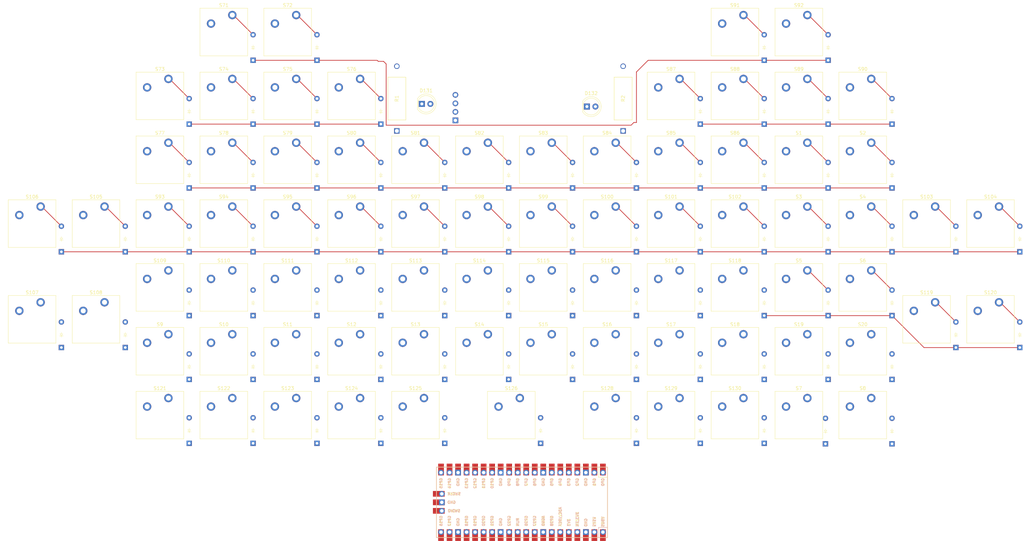
<source format=kicad_pcb>
(kicad_pcb (version 20240108) (generator "pcbnew") (generator_version "8.0")
  (layers (0 "F.Cu" signal) (31 "B.Cu" signal) (34 "B.Paste" user) (35 "F.Paste" user) (36 "B.SilkS" user "B.Silkscreen") (37 "F.SilkS" user "F.Silkscreen") (38 "B.Mask" user) (39 "F.Mask" user) (44 "Edge.Cuts" user))
  (net 0 "")
  (net 1 "ROW2")
  (net 2 "Net-(D1-A)")
  (net 3 "Net-(D2-A)")
  (net 4 "ROW3")
  (net 5 "Net-(D3-A)")
  (net 6 "Net-(D4-A)")
  (net 7 "Net-(D5-A)")
  (net 8 "ROW4")
  (net 9 "Net-(D6-A)")
  (net 10 "ROW6")
  (net 11 "Net-(D7-A)")
  (net 12 "Net-(D8-A)")
  (net 13 "Net-(D9-A)")
  (net 14 "ROW5")
  (net 15 "Net-(D10-A)")
  (net 16 "Net-(D11-A)")
  (net 17 "Net-(D12-A)")
  (net 18 "Net-(D13-A)")
  (net 19 "Net-(D14-A)")
  (net 20 "Net-(D15-A)")
  (net 21 "Net-(D16-A)")
  (net 22 "Net-(D17-A)")
  (net 23 "Net-(D18-A)")
  (net 24 "Net-(D19-A)")
  (net 25 "Net-(D20-A)")
  (net 26 "Net-(D71-A)")
  (net 27 "ROW0")
  (net 28 "Net-(D72-A)")
  (net 29 "Net-(D73-A)")
  (net 30 "ROW1")
  (net 31 "Net-(D74-A)")
  (net 32 "Net-(D75-A)")
  (net 33 "Net-(D76-A)")
  (net 34 "Net-(D77-A)")
  (net 35 "Net-(D78-A)")
  (net 36 "Net-(D79-A)")
  (net 37 "Net-(D80-A)")
  (net 38 "Net-(D81-A)")
  (net 39 "Net-(D82-A)")
  (net 40 "Net-(D83-A)")
  (net 41 "Net-(D84-A)")
  (net 42 "Net-(D85-A)")
  (net 43 "Net-(D86-A)")
  (net 44 "Net-(D87-A)")
  (net 45 "Net-(D88-A)")
  (net 46 "Net-(D89-A)")
  (net 47 "Net-(D90-A)")
  (net 48 "Net-(D91-A)")
  (net 49 "Net-(D92-A)")
  (net 50 "Net-(D93-A)")
  (net 51 "Net-(D94-A)")
  (net 52 "Net-(D95-A)")
  (net 53 "Net-(D96-A)")
  (net 54 "Net-(D97-A)")
  (net 55 "Net-(D98-A)")
  (net 56 "Net-(D99-A)")
  (net 57 "Net-(D100-A)")
  (net 58 "Net-(D101-A)")
  (net 59 "Net-(D102-A)")
  (net 60 "Net-(D103-A)")
  (net 61 "Net-(D104-A)")
  (net 62 "Net-(D105-A)")
  (net 63 "Net-(D106-A)")
  (net 64 "Net-(D107-A)")
  (net 65 "Net-(D108-A)")
  (net 66 "Net-(D109-A)")
  (net 67 "Net-(D110-A)")
  (net 68 "Net-(D111-A)")
  (net 69 "Net-(D112-A)")
  (net 70 "Net-(D113-A)")
  (net 71 "Net-(D114-A)")
  (net 72 "Net-(D115-A)")
  (net 73 "Net-(D116-A)")
  (net 74 "Net-(D117-A)")
  (net 75 "Net-(D118-A)")
  (net 76 "Net-(D119-A)")
  (net 77 "Net-(D120-A)")
  (net 78 "Net-(D121-A)")
  (net 79 "Net-(D122-A)")
  (net 80 "Net-(D123-A)")
  (net 81 "Net-(D124-A)")
  (net 82 "Net-(D125-A)")
  (net 83 "Net-(D126-A)")
  (net 84 "Net-(D128-A)")
  (net 85 "Net-(D129-A)")
  (net 86 "Net-(D130-A)")
  (net 87 "SDA")
  (net 88 "+3.3V")
  (net 89 "SCL")
  (net 90 "GND")
  (net 91 "Net-(D131-K)")
  (net 92 "Net-(D132-K)")
  (net 93 "COL12")
  (net 94 "COL13")
  (net 95 "COL2")
  (net 96 "COL3")
  (net 97 "COL4")
  (net 98 "COL5")
  (net 99 "COL6")
  (net 100 "COL7")
  (net 101 "COL8")
  (net 102 "COL9")
  (net 103 "COL10")
  (net 104 "COL11")
  (net 105 "COL14")
  (net 106 "COL15")
  (net 107 "COL1")
  (net 108 "COL0")
  (net 109 "LED1")
  (net 110 "LED2")
  (net 113 "+5V")
  (footprint "ScottoKeebs_MX:MX_PCB_1.00u" (layer "F.Cu") (at 338.1375 115.09375)
    (property "Reference" "S120")
    (property "Value" "Keyswitch")
  )
  (footprint "ScottoKeebs_Components:Diode_DO-35" (layer "F.Cu") (at 156.36875 56.8325 90)
    (property "Reference" "D76" (hide yes))
    (property "Value" "Diode" (hide yes))
  )
  (footprint "ScottoKeebs_MCU:Raspberry_Pi_Pico" (layer "F.Cu") (at 198.4375 169.70375 -90)
    (property "Reference" "U2" (hide yes))
    (property "Value" "Raspberry_Pi_Pico" (hide yes))
  )
  (footprint "ScottoKeebs_Components:Diode_DO-35" (layer "F.Cu") (at 61.11875 123.5075 90)
    (property "Reference" "D107" (hide yes))
    (property "Value" "Diode" (hide yes))
  )
  (footprint "ScottoKeebs_Components:Diode_DO-35" (layer "F.Cu") (at 194.46875 94.9325 90)
    (property "Reference" "D98" (hide yes))
    (property "Value" "Diode" (hide yes))
  )
  (footprint "ScottoKeebs_MX:MX_PCB_1.00u" (layer "F.Cu") (at 128.5875 29.36875)
    (property "Reference" "S72")
    (property "Value" "Keyswitch")
  )
  (footprint "ScottoKeebs_MX:MX_PCB_1.00u" (layer "F.Cu") (at 300.0375 48.41875)
    (property "Reference" "S90")
    (property "Value" "Keyswitch")
  )
  (footprint "ScottoKeebs_MX:MX_PCB_1.00u" (layer "F.Cu") (at 280.9875 124.61875)
    (property "Reference" "S19")
    (property "Value" "Keyswitch")
  )
  (footprint "ScottoKeebs_MX:MX_PCB_1.00u" (layer "F.Cu") (at 280.9875 67.46875)
    (property "Reference" "S1")
    (property "Value" "Keyswitch")
  )
  (footprint "ScottoKeebs_MX:MX_PCB_1.00u" (layer "F.Cu") (at 128.5875 124.61875)
    (property "Reference" "S11")
    (property "Value" "Keyswitch")
  )
  (footprint "ScottoKeebs_MX:MX_PCB_1.00u" (layer "F.Cu") (at 280.9875 143.66875)
    (property "Reference" "S7")
    (property "Value" "Keyswitch")
  )
  (footprint "LED_THT:LED_D5.0mm" (layer "F.Cu") (at 168.5875 50.8)
    (property "Reference" "D131")
    (property "Value" "LED")
  )
  (footprint "ScottoKeebs_MX:MX_PCB_1.00u" (layer "F.Cu") (at 109.5375 29.36875)
    (property "Reference" "S71")
    (property "Value" "Keyswitch")
  )
  (footprint "ScottoKeebs_Components:Diode_DO-35" (layer "F.Cu") (at 251.61875 56.8325 90)
    (property "Reference" "D87" (hide yes))
    (property "Value" "Diode" (hide yes))
  )
  (footprint "ScottoKeebs_MX:MX_PCB_1.00u" (layer "F.Cu") (at 109.5375 67.46875)
    (property "Reference" "S78")
    (property "Value" "Keyswitch")
  )
  (footprint "ScottoKeebs_MX:MX_PCB_1.00u" (layer "F.Cu") (at 204.7875 67.46875)
    (property "Reference" "S83")
    (property "Value" "Keyswitch")
  )
  (footprint "ScottoKeebs_MX:MX_PCB_1.00u" (layer "F.Cu") (at 147.6375 143.66875)
    (property "Reference" "S124")
    (property "Value" "Keyswitch")
  )
  (footprint "ScottoKeebs_MX:MX_PCB_1.00u" (layer "F.Cu") (at 90.4875 124.61875)
    (property "Reference" "S9")
    (property "Value" "Keyswitch")
  )
  (footprint "ScottoKeebs_MX:MX_PCB_1.00u" (layer "F.Cu") (at 300.0375 67.46875)
    (property "Reference" "S2")
    (property "Value" "Keyswitch")
  )
  (footprint "ScottoKeebs_Components:Diode_DO-35" (layer "F.Cu") (at 346.86875 94.9325 90)
    (property "Reference" "D104" (hide yes))
    (property "Value" "Diode" (hide yes))
  )
  (footprint "ScottoKeebs_Components:Diode_DO-35" (layer "F.Cu") (at 118.26875 113.9825 90)
    (property "Reference" "D110" (hide yes))
    (property "Value" "Diode" (hide yes))
  )
  (footprint "ScottoKeebs_MX:MX_PCB_1.00u" (layer "F.Cu") (at 128.5875 105.56875)
    (property "Reference" "S111")
    (property "Value" "Keyswitch")
  )
  (footprint "ScottoKeebs_Components:Diode_DO-35" (layer "F.Cu") (at 213.51875 94.9325 90)
    (property "Reference" "D99" (hide yes))
    (property "Value" "Diode" (hide yes))
  )
  (footprint "ScottoKeebs_Components:Diode_DO-35" (layer "F.Cu") (at 270.66875 133.0325 90)
    (property "Reference" "D18" (hide yes))
    (property "Value" "Diode" (hide yes))
  )
  (footprint "ScottoKeebs_Components:Diode_DO-35" (layer "F.Cu") (at 156.36875 75.8825 90)
    (property "Reference" "D80" (hide yes))
    (property "Value" "Diode" (hide yes))
  )
  (footprint "ScottoKeebs_MX:MX_PCB_1.00u" (layer "F.Cu") (at 300.0375 86.51875)
    (property "Reference" "S4")
    (property "Value" "Keyswitch")
  )
  (footprint "ScottoKeebs_MX:MX_PCB_1.00u" (layer "F.Cu") (at 242.8875 67.46875)
    (property "Reference" "S85")
    (property "Value" "Keyswitch")
  )
  (footprint "ScottoKeebs_MX:MX_PCB_1.00u" (layer "F.Cu") (at 242.8875 124.61875)
    (property "Reference" "S17")
    (property "Value" "Keyswitch")
  )
  (footprint "ScottoKeebs_Components:Diode_DO-35" (layer "F.Cu") (at 175.41875 133.0325 90)
    (property "Reference" "D13" (hide yes))
    (property "Value" "Diode" (hide yes))
  )
  (footprint "ScottoKeebs_Components:Diode_DO-35" (layer "F.Cu") (at 99.21875 75.8825 90)
    (property "Reference" "D77" (hide yes))
    (property "Value" "Diode" (hide yes))
  )
  (footprint "ScottoKeebs_MX:MX_PCB_1.00u" (layer "F.Cu") (at 280.9875 86.51875)
    (property "Reference" "S3")
    (property "Value" "Keyswitch")
  )
  (footprint "ScottoKeebs_MX:MX_PCB_1.00u" (layer "F.Cu") (at 223.8375 143.66875)
    (property "Reference" "S128")
    (property "Value" "Keyswitch")
  )
  (footprint "ScottoKeebs_MX:MX_PCB_1.00u" (layer "F.Cu") (at 204.7875 86.51875)
    (property "Reference" "S99")
    (property "Value" "Keyswitch")
  )
  (footprint "ScottoKeebs_MX:MX_PCB_1.00u" (layer "F.Cu") (at 300.0375 143.66875)
    (property "Reference" "S8")
    (property "Value" "Keyswitch")
  )
  (footprint "ScottoKeebs_MX:MX_PCB_1.00u" (layer "F.Cu") (at 319.0875 86.51875)
    (property "Reference" "S103")
    (property "Value" "Keyswitch")
  )
  (footprint "ScottoKeebs_MX:MX_PCB_1.00u" (layer "F.Cu") (at 109.5375 105.56875)
    (property "Reference" "S110")
    (property "Value" "Keyswitch")
  )
  (footprint "ScottoKeebs_MX:MX_PCB_1.00u" (layer "F.Cu") (at 261.9375 67.46875)
    (property "Reference" "S86")
    (property "Value" "Keyswitch")
  )
  (footprint "ScottoKeebs_Components:Diode_DO-35" (layer "F.Cu") (at 137.31875 113.9825 90)
    (property "Reference" "D111" (hide yes))
    (property "Value" "Diode" (hide yes))
  )
  (footprint "ScottoKeebs_MX:MX_PCB_1.00u" (layer "F.Cu") (at 261.9375 143.66875)
    (property "Reference" "S130")
    (property "Value" "Keyswitch")
  )
  (footprint "ScottoKeebs_MX:MX_PCB_1.00u" (layer "F.Cu") (at 166.6875 86.51875)
    (property "Reference" "S97")
    (property "Value" "Keyswitch")
  )
  (footprint "ScottoKeebs_Components:Diode_DO-35" (layer "F.Cu") (at 156.36875 94.9325 90)
    (property "Reference" "D96" (hide yes))
    (property "Value" "Diode" (hide yes))
  )
  (footprint "ScottoKeebs_Components:Diode_DO-35" (layer "F.Cu") (at 194.46875 133.0325 90)
    (property "Reference" "D14" (hide yes))
    (property "Value" "Diode" (hide yes))
  )
  (footprint "ScottoKeebs_Components:Diode_DO-35" (layer "F.Cu") (at 194.46875 113.9825 90)
    (property "Reference" "D114" (hide yes))
    (property "Value" "Diode" (hide yes))
  )
  (footprint "ScottoKeebs_MX:MX_PCB_1.00u" (layer "F.Cu") (at 128.5875 143.66875)
    (property "Reference" "S123")
    (property "Value" "Keyswitch")
  )
  (footprint "ScottoKeebs_Components:Diode_DO-35" (layer "F.Cu") (at 99.21875 113.9825 90)
    (property "Reference" "D109" (hide yes))
    (property "Value" "Diode" (hide yes))
  )
  (footprint "ScottoKeebs_MX:MX_PCB_1.00u" (layer "F.Cu") (at 223.8375 67.46875)
    (property "Reference" "S84")
    (property "Value" "Keyswitch")
  )
  (footprint "100ohmR:YAG_PNP300_YAG" (layer "F.Cu") (at 161.13125 58.8645 90)
    (property "Reference" "R1")
    (property "Value" "100ohm")
  )
  (footprint "ScottoKeebs_Components:Diode_DO-35" (layer "F.Cu") (at 270.66875 94.9325 90)
    (property "Reference" "D102" (hide yes))
    (property "Value" "Diode" (hide yes))
  )
  (footprint "ScottoKeebs_MX:MX_PCB_1.00u" (layer "F.Cu") (at 147.6375 86.51875)
    (property "Reference" "S96")
    (property "Value" "Keyswitch")
  )
  (footprint "ScottoKeebs_Components:Diode_DO-35" (layer "F.Cu") (at 156.36875 113.9825 90)
    (property "Reference" "D112" (hide yes))
    (property "Value" "Diode" (hide yes))
  )
  (footprint "ScottoKeebs_MX:MX_PCB_1.00u" (layer "F.Cu") (at 204.7875 124.61875)
    (property "Reference" "S15")
    (property "Value" "Keyswitch")
  )
  (footprint "ScottoKeebs_Components:Diode_DO-35" (layer "F.Cu") (at 232.56875 113.9825 90)
    (property "Reference" "D116" (hide yes))
    (property "Value" "Diode" (hide yes))
  )
  (footprint "ScottoKeebs_MX:MX_PCB_1.00u" (layer "F.Cu") (at 109.5375 86.51875)
    (property "Reference" "S94")
    (property "Value" "Keyswitch")
  )
  (footprint "ScottoKeebs_Components:Diode_DO-35" (layer "F.Cu") (at 118.26875 152.0825 90)
    (property "Reference" "D122" (hide yes))
    (property "Value" "Diode" (hide yes))
  )
  (footprint "ScottoKeebs_Components:Diode_DO-35" (layer "F.Cu") (at 137.31875 75.8825 90)
    (property "Reference" "D79" (hide yes))
    (property "Value" "Diode" (hide yes))
  )
  (footprint "ScottoKeebs_Components:Diode_DO-35" (layer "F.Cu") (at 270.66875 37.7825 90)
    (property "Reference" "D91" (hide yes))
    (property "Value" "Diode" (hide yes))
  )
  (footprint "ScottoKeebs_MX:MX_PCB_1.00u" (layer "F.Cu") (at 185.7375 124.61875)
    (property "Reference" "S14")
    (property "Value" "Keyswitch")
  )
  (footprint "ScottoKeebs_Components:Diode_DO-35" (layer "F.Cu") (at 289.71875 133.0325 90)
    (property "Reference" "D19" (hide yes))
    (property "Value" "Diode" (hide yes))
  )
  (footprint "ScottoKeebs_Components:Diode_DO-35" (layer "F.Cu") (at 308.76875 75.8825 90)
    (property "Reference" "D2" (hide yes))
    (property "Value" "Diode" (hide yes))
  )
  (footprint "ScottoKeebs_MX:MX_PCB_1.00u" (layer "F.Cu") (at 109.5375 48.41875)
    (property "Reference" "S74")
    (property "Value" "Keyswitch")
  )
  (footprint "ScottoKeebs_Components:Diode_DO-35" (layer "F.Cu") (at 327.81875 123.5075 90)
    (property "Reference" "D119" (hide yes))
    (property "Value" "Diode" (hide yes))
  )
  (footprint "ScottoKeebs_MX:MX_PCB_1.00u" (layer "F.Cu") (at 109.5375 124.61875)
    (property "Reference" "S10")
    (property "Value" "Keyswitch")
  )
  (footprint "ScottoKeebs_MX:MX_PCB_1.00u" (layer "F.Cu") (at 128.5875 67.46875)
    (property "Reference" "S79")
    (property "Value" "Keyswitch")
  )
  (footprint "ScottoKeebs_MX:MX_PCB_1.00u" (layer "F.Cu") (at 90.4875 86.51875)
    (property "Reference" "S93")
    (property "Value" "Keyswitch")
  )
  (footprint "ScottoKeebs_Components:Diode_DO-35" (layer "F.Cu") (at 288.925 152.24125 90)
    (property "Reference" "D7" (hide yes))
    (property "Value" "Diode" (hide yes))
  )
  (footprint "ScottoKeebs_MX:MX_PCB_1.00u" (layer "F.Cu") (at 147.6375 105.56875)
    (property "Reference" "S112")
    (property "Value" "Keyswitch")
  )
  (footprint "ScottoKeebs_MX:MX_PCB_1.00u" (layer "F.Cu") (at 185.7375 86.51875)
    (property "Reference" "S98")
    (property "Value" "Keyswitch")
  )
  (footprint "ScottoKeebs_Components:Diode_DO-35" (layer "F.Cu") (at 80.16875 123.5075 90)
    (property "Reference" "D108" (hide yes))
    (property "Value" "Diode" (hide yes))
  )
  (footprint "ScottoKeebs_Components:Diode_DO-35" (layer "F.Cu") (at 308.76875 113.9825 90)
    (property "Reference" "D6" (hide yes))
    (property "Value" "Diode" (hide yes))
  )
  (footprint "ScottoKeebs_Components:Diode_DO-35" (layer "F.Cu") (at 175.41875 113.9825 90)
    (property "Reference" "D113" (hide yes))
    (property "Value" "Diode" (hide yes))
  )
  (footprint "ScottoKeebs_Components:Diode_DO-35" (layer "F.Cu") (at 156.36875 152.0825 90)
    (property "Reference" "D124" (hide yes))
    (property "Value" "Diode" (hide yes))
  )
  (footprint "ScottoKeebs_Components:Diode_DO-35" (layer "F.Cu") (at 137.31875 133.0325 90)
    (property "Reference" "D11" (hide yes))
    (property "Value" "Diode" (hide yes))
  )
  (footprint "ScottoKeebs_Components:OLED_128x32" (layer "F.Cu") (at 176.99375 45.92125)
    (property "Reference" "J1" (hide yes))
    (property "Value" "OLED_128x32")
  )
  (footprint "ScottoKeebs_Components:Diode_DO-35" (layer "F.Cu") (at 203.99375 152.0825 90)
    (property "Reference" "D126" (hide yes))
    (property "Value" "Diode" (hide yes))
  )
  (footprint "ScottoKeebs_MX:MX_PCB_1.00u" (layer "F.Cu") (at 90.4875 48.41875)
    (property "Reference" "S73")
    (property "Value" "Keyswitch")
  )
  (footprint "ScottoKeebs_MX:MX_PCB_1.00u" (layer "F.Cu") (at 280.9875 29.36875)
    (property "Reference" "S92")
    (property "Value" "Keyswitch")
  )
  (footprint "ScottoKeebs_Components:Diode_DO-35" (layer "F.Cu") (at 213.51875 113.9825 90)
    (property "Reference" "D115" (hide yes))
    (property "Value" "Diode" (hide yes))
  )
  (footprint "ScottoKeebs_Components:Diode_DO-35" (layer "F.Cu") (at 270.66875 152.0825 90)
    (property "Reference" "D130" (hide yes))
    (property "Value" "Diode" (hide yes))
  )
  (footprint "ScottoKeebs_MX:MX_PCB_1.00u" (layer "F.Cu") (at 147.6375 48.41875)
    (property "Reference" "S76")
    (property "Value" "Keyswitch")
  )
  (footprint "ScottoKeebs_MX:MX_PCB_1.00u" (layer "F.Cu") (at 261.9375 105.56875)
    (property "Reference" "S118")
    (property "Value" "Keyswitch")
  )
  (footprint "ScottoKeebs_Components:Diode_DO-35" (layer "F.Cu") (at 232.56875 133.0325 90)
    (property "Reference" "D16" (hide yes))
    (property "Value" "Diode" (hide yes))
  )
  (footprint "ScottoKeebs_MX:MX_PCB_1.00u" (layer "F.Cu") (at 280.9875 48.41875)
    (property "Reference" "S89")
    (property "Value" "Keyswitch")
  )
  (footprint "ScottoKeebs_MX:MX_PCB_1.00u" (layer "F.Cu") (at 90.4875 105.56875)
    (property "Reference" "S109")
    (property "Value" "Keyswitch")
  )
  (footprint "ScottoKeebs_Components:Diode_DO-35" (layer "F.Cu") (at 251.61875 113.9825 90)
    (property "Reference" "D117" (hide yes))
    (property "Value" "Diode" (hide yes))
  )
  (footprint "ScottoKeebs_MX:MX_PCB_1.00u" (layer "F.Cu") (at 185.7375 105.56875)
    (property "Reference" "S114")
    (property "Value" "Keyswitch")
  )
  (footprint "ScottoKeebs_MX:MX_PCB_1.00u" (layer "F.Cu") (at 300.0375 124.61875)
    (property "Reference" "S20")
    (property "Value" "Keyswitch")
  )
  (footprint "ScottoKeebs_Components:Diode_DO-35" (layer "F.Cu") (at 327.81875 94.9325 90)
    (property "Reference" "D103" (hide yes))
    (property "Value" "Diode" (hide yes))
  )
  (footprint "ScottoKeebs_MX:MX_PCB_1.00u" (layer "F.Cu") (at 261.9375 124.61875)
    (property "Reference" "S18")
    (property "Value" "Keyswitch")
  )
  (footprint "ScottoKeebs_MX:MX_PCB_1.00u" (layer "F.Cu") (at 52.3875 86.51875)
    (property "Reference" "S106")
    (property "Value" "Keyswitch")
  )
  (footprint "ScottoKeebs_Components:Diode_DO-35" (layer "F.Cu") (at 270.66875 75.8825 90)
    (property "Reference" "D86" (hide yes))
    (property "Value" "Diode" (hide yes))
  )
  (footprint "ScottoKeebs_MX:MX_PCB_1.00u" (layer "F.Cu") (at 261.9375 48.41875)
    (property "Reference" "S88")
    (property "Value" "Keyswitch")
  )
  (footprint "ScottoKeebs_Components:Diode_DO-35" (layer "F.Cu") (at 137.31875 152.0825 90)
    (property "Reference" "D123" (hide yes))
    (property "Value" "Diode" (hide yes))
  )
  (footprint "ScottoKeebs_MX:MX_PCB_1.00u" (layer "F.Cu") (at 242.8875 105.56875)
    (property "Reference" "S117")
    (property "Value" "Keyswitch")
  )
  (footprint "ScottoKeebs_Components:Diode_DO-35" (layer "F.Cu") (at 118.26875 56.8325 90)
    (property "Reference" "D74" (hide yes))
    (property "Value" "Diode" (hide yes))
  )
  (footprint "ScottoKeebs_Components:Diode_DO-35" (layer "F.Cu") (at 289.71875 113.9825 90)
    (property "Reference" "D5" (hide yes))
    (property "Value" "Diode" (hide yes))
  )
  (footprint "ScottoKeebs_Components:Diode_DO-35" (layer "F.Cu") (at 308.76875 94.9325 90)
    (property "Reference" "D4" (hide yes))
    (property "Value" "Diode" (hide yes))
  )
  (footprint "ScottoKeebs_MX:MX_PCB_1.00u" (layer "F.Cu") (at 242.8875 143.66875)
    (property "Reference" "S129")
    (property "Value" "Keyswitch")
  )
  (footprint "ScottoKeebs_Components:Diode_DO-35" (layer "F.Cu") (at 99.21875 94.9325 90)
    (property "Reference" "D93" (hide yes))
    (property "Value" "Diode" (hide yes))
  )
  (footprint "ScottoKeebs_MX:MX_PCB_1.00u" (layer "F.Cu") (at 223.8375 105.56875)
    (property "Reference" "S116")
    (property "Value" "Keyswitch")
  )
  (footprint "ScottoKeebs_Components:Diode_DO-35" (layer "F.Cu") (at 289.71875 94.9325 90)
    (property "Reference" "D3" (hide yes))
    (property "Value" "Diode" (hide yes))
  )
  (footprint "ScottoKeebs_Components:Diode_DO-35" (layer "F.Cu") (at 175.41875 75.8825 90)
    (property "Reference" "D81" (hide yes))
    (property "Value" "Diode" (hide yes))
  )
  (footprint "ScottoKeebs_MX:MX_PCB_1.00u" (layer "F.Cu") (at 280.9875 105.56875)
    (property "Reference" "S5")
    (property "Value" "Keyswitch")
  )
  (footprint "ScottoKeebs_Components:Diode_DO-35" (layer "F.Cu") (at 289.71875 56.8325 90)
    (property "Reference" "D89" (hide yes))
    (property "Value" "Diode" (hide yes))
  )
  (footprint "ScottoKeebs_Components:Diode_DO-35" (layer "F.Cu") (at 251.61875 94.9325 90)
    (property "Reference" "D101" (hide yes))
    (property "Value" "Diode" (hide yes))
  )
  (footprint "ScottoKeebs_Components:Diode_DO-35" (layer "F.Cu") (at 270.66875 56.8325 90)
    (property "Reference" "D88" (hide yes))
    (property "Value" "Diode" (hide yes))
  )
  (footprint "ScottoKeebs_MX:MX_PCB_1.00u" (layer "F.Cu") (at 109.5375 143.66875)
    (property "Reference" "S122")
    (property "Value" "Keyswitch")
  )
  (footprint "ScottoKeebs_Components:Diode_DO-35" (layer "F.Cu") (at 213.51875 75.8825 90)
    (property "Reference" "D83" (hide yes))
    (property "Value" "Diode" (hide yes))
  )
  (footprint "ScottoKeebs_MX:MX_PCB_1.00u" (layer "F.Cu") (at 185.7375 67.46875)
    (property "Reference" "S82")
    (property "Value" "Keyswitch")
  )
  (footprint "ScottoKeebs_Components:Diode_DO-35" (layer "F.Cu") (at 232.56875 94.9325 90)
    (property "Reference" "D100" (hide yes))
    (property "Value" "Diode" (hide yes))
  )
  (footprint "ScottoKeebs_MX:MX_PCB_1.00u" (layer "F.Cu") (at 223.8375 124.61875)
    (property "Reference" "S16")
    (property "Value" "Keyswitch")
  )
  (footprint "ScottoKeebs_Components:Diode_DO-35" (layer "F.Cu") (at 137.31875 37.7825 90)
    (property "Reference" "D72" (hide yes))
    (property "Value" "Diode" (hide yes))
  )
  (footprint "ScottoKeebs_Components:Diode_DO-35" (layer "F.Cu") (at 99.21875 133.0325 90)
    (property "Reference" "D9" (hide yes))
    (property "Value" "Diode" (hide yes))
  )
  (footprint "ScottoKeebs_Components:Diode_DO-35" (layer "F.Cu") (at 308.76875 133.0325 90)
    (property "Reference" "D20" (hide yes))
    (property "Value" "Diode" (hide yes))
  )
  (footprint "ScottoKeebs_Components:Diode_DO-35" (layer "F.Cu") (at 175.41875 152.0825 90)
    (property "Reference" "D125" (hide yes))
    (property "Value" "Diode" (hide yes))
  )
  (footprint "LED_THT:LED_D5.0mm" (layer "F.Cu") (at 217.8 51.59375)
    (property "Reference" "D132")
    (property "Value" "LED")
  )
  (footprint "ScottoKeebs_MX:MX_PCB_1.00u" (layer "F.Cu") (at 52.3875 115.09375)
    (property "Reference" "S107")
    (property "Value" "Keyswitch")
  )
  (footprint "ScottoKeebs_MX:MX_PCB_1.00u" (layer "F.Cu") (at 319.0875 115.09375)
    (property "Reference" "S119")
    (property "Value" "Keyswitch")
  )
  (footprint "ScottoKeebs_Components:Diode_DO-35" (layer "F.Cu") (at 99.21875 152.0825 90)
    (property "Reference" "D121" (hide yes))
    (property "Value" "Diode" (hide yes))
  )
  (footprint "ScottoKeebs_MX:MX_PCB_1.00u" (layer "F.Cu") (at 166.6875 143.66875)
    (property "Reference" "S125")
    (property "Value" "Keyswitch")
  )
  (footprint "ScottoKeebs_Components:Diode_DO-35" (layer "F.Cu") (at 175.41875 94.9325 90)
    (property "Reference" "D97" (hide yes))
    (property "Value" "Diode" (hide yes))
  )
  (footprint "ScottoKeebs_Components:Diode_DO-35" (layer "F.Cu") (at 213.51875 133.0325 90)
    (property "Reference" "D15" (hide yes))
    (property "Value" "Diode" (hide yes))
  )
  (footprint "ScottoKeebs_Components:Diode_DO-35" (layer "F.Cu") (at 270.66875 113.9825 90)
    (property "Reference" "D118" (hide yes))
    (property "Value" "Diode" (hide yes))
  )
  (footprint "100ohmR:YAG_PNP300_YAG" (layer "F.Cu") (at 228.6 58.8645 90)
    (property "Reference" "R2")
    (property "Value" "100ohm")
  )
  (footprint "ScottoKeebs_MX:MX_PCB_1.00u" (layer "F.Cu") (at 147.6375 124.61875)
    (property "Reference" "S12")
    (property "Value" "Keyswitch")
  )
  (footprint "ScottoKeebs_Components:Diode_DO-35" (layer "F.Cu") (at 308.76875 152.24125 90)
    (property "Reference" "D8" (hide yes))
    (property "Value" "Diode" (hide yes))
  )
  (footprint "ScottoKeebs_MX:MX_PCB_1.00u" (layer "F.Cu") (at 204.7875 105.56875)
    (property "Reference" "S115")
    (property "Value" "Keyswitch")
  )
  (footprint "ScottoKeebs_Components:Diode_DO-35" (layer "F.Cu") (at 118.26875 75.8825 90)
    (property "Reference" "D78" (hide yes))
    (property "Value" "Diode" (hide yes))
  )
  (footprint "ScottoKeebs_MX:MX_PCB_1.00u" (layer "F.Cu") (at 166.6875 105.56875)
    (property "Reference" "S113")
    (property "Value" "Keyswitch")
  )
  (footprint "ScottoKeebs_Components:Diode_DO-35" (layer "F.Cu") (at 251.61875 75.8825 90)
    (property "Reference" "D85" (hide yes))
    (property "Value" "Diode" (hide yes))
  )
  (footprint "ScottoKeebs_Components:Diode_DO-35" (layer "F.Cu") (at 232.56875 75.8825 90)
    (property "Reference" "D84" (hide yes))
    (property "Value" "Diode" (hide yes))
  )
  (footprint "ScottoKeebs_MX:MX_PCB_1.00u" (layer "F.Cu") (at 300.0375 105.56875)
    (property "Reference" "S6")
    (property "Value" "Keyswitch")
  )
  (footprint "ScottoKeebs_Components:Diode_DO-35" (layer "F.Cu") (at 156.36875 133.0325 90)
    (property "Reference" "D12" (hide yes))
    (property "Value" "Diode" (hide yes))
  )
  (footprint "ScottoKeebs_MX:MX_PCB_1.00u" (layer "F.Cu") (at 338.1375 86.51875)
    (property "Reference" "S104")
    (property "Value" "Keyswitch")
  )
  (footprint "ScottoKeebs_Components:Diode_DO-35" (layer "F.Cu") (at 194.46875 75.8825 90)
    (property "Reference" "D82" (hide yes))
    (property "Value" "Diode" (hide yes))
  )
  (footprint "ScottoKeebs_Components:Diode_DO-35" (layer "F.Cu") (at 118.26875 37.7825 90)
    (property "Reference" "D71" (hide yes))
    (property "Value" "Diode" (hide yes))
  )
  (footprint "ScottoKeebs_Components:Diode_DO-35" (layer "F.Cu") (at 80.16875 94.9325 90)
    (property "Reference" "D105" (hide yes))
    (property "Value" "Diode" (hide yes))
  )
  (footprint "ScottoKeebs_Components:Diode_DO-35" (layer "F.Cu") (at 118.26875 94.9325 90)
    (property "Reference" "D94" (hide yes))
    (property "Value" "Diode" (hide yes))
  )
  (footprint "ScottoKeebs_Components:Diode_DO-35" (layer "F.Cu") (at 289.71875 37.7825 90)
    (property "Reference" "D92" (hide yes))
    (property "Value" "Diode" (hide yes))
  )
  (footprint "ScottoKeebs_Components:Diode_DO-35" (layer "F.Cu") (at 61.11875 94.9325 90)
    (property "Reference" "D106" (hide yes))
    (property "Value" "Diode" (hide yes))
  )
  (footprint "ScottoKeebs_MX:MX_PCB_1.00u" (layer "F.Cu") (at 223.8375 86.51875)
    (property "Reference" "S100")
    (property "Value" "Keyswitch")
  )
  (footprint "ScottoKeebs_MX:MX_PCB_1.00u" (layer "F.Cu") (at 261.9375 86.51875)
    (property "Reference" "S102")
    (property "Value" "Keyswitch")
  )
  (footprint "ScottoKeebs_Components:Diode_DO-35" (layer "F.Cu") (at 346.86875 123.5075 90)
    (property "Reference" "D120" (hide yes))
    (property "Value" "Diode" (hide yes))
  )
  (footprint "ScottoKeebs_MX:MX_PCB_1.00u" (layer "F.Cu") (at 128.5875 48.41875)
    (property "Reference" "S75")
    (property "Value" "Keyswitch")
  )
  (footprint "ScottoKeebs_MX:MX_PCB_2.00u" (layer "F.Cu") (at 195.2625 143.66875)
    (property "Reference" "S126")
    (property "Value" "Keyswitch")
  )
  (footprint "ScottoKeebs_MX:MX_PCB_1.00u" (layer "F.Cu") (at 71.4375 86.51875)
    (property "Reference" "S105")
    (property "Value" "Keyswitch")
  )
  (footprint "ScottoKeebs_MX:MX_PCB_1.00u" (layer "F.Cu") (at 242.8875 86.51875)
    (property "Reference" "S101")
    (property "Value" "Keyswitch")
  )
  (footprint "ScottoKeebs_MX:MX_PCB_1.00u" (layer "F.Cu") (at 242.8875 48.41875)
    (property "Reference" "S87")
    (property "Value" "Keyswitch")
  )
  (footprint "ScottoKeebs_MX:MX_PCB_1.00u" (layer "F.Cu") (at 90.4875 67.46875)
    (property "Reference" "S77")
    (property "Value" "Keyswitch")
  )
  (footprint "ScottoKeebs_MX:MX_PCB_1.00u" (layer "F.Cu") (at 90.4875 143.66875)
    (property "Reference" "S121")
    (property "Value" "Keyswitch")
  )
  (footprint "ScottoKeebs_MX:MX_PCB_1.00u" (layer "F.Cu") (at 166.6875 67.46875)
    (property "Reference" "S81")
    (property "Value" "Keyswitch")
  )
  (footprint "ScottoKeebs_Components:Diode_DO-35" (layer "F.Cu") (at 99.21875 56.8325 90)
    (property "Reference" "D73" (hide yes))
    (property "Value" "Diode" (hide yes))
  )
  (footprint "ScottoKeebs_MX:MX_PCB_1.00u" (layer "F.Cu") (at 147.6375 67.46875)
    (property "Reference" "S80")
    (property "Value" "Keyswitch")
  )
  (footprint "ScottoKeebs_Components:Diode_DO-35" (layer "F.Cu") (at 137.31875 94.9325 90)
    (property "Reference" "D95" (hide yes))
    (property "Value" "Diode" (hide yes))
  )
  (footprint "ScottoKeebs_Components:Diode_DO-35" (layer "F.Cu") (at 251.61875 152.0825 90)
    (property "Reference" "D129" (hide yes))
    (property "Value" "Diode" (hide yes))
  )
  (footprint "ScottoKeebs_Components:Diode_DO-35" (layer "F.Cu") (at 137.31875 56.8325 90)
    (property "Reference" "D75" (hide yes))
    (property "Value" "Diode" (hide yes))
  )
  (footprint "ScottoKeebs_MX:MX_PCB_1.00u" (layer "F.Cu") (at 71.4375 115.09375)
    (property "Reference" "S108")
    (property "Value" "Keyswitch")
  )
  (footprint "ScottoKeebs_Components:Diode_DO-35" (layer "F.Cu") (at 232.56875 152.0825 90)
    (property "Reference" "D128" (hide yes))
    (property "Value" "Diode" (hide yes))
  )
  (footprint "ScottoKeebs_MX:MX_PCB_1.00u" (layer "F.Cu") (at 166.6875 124.61875)
    (property "Reference" "S13")
    (property "Value" "Keyswitch")
  )
  (footprint "ScottoKeebs_Components:Diode_DO-35" (layer "F.Cu") (at 118.26875 133.0325 90)
    (property "Reference" "D10" (hide yes))
    (property "Value" "Diode" (hide yes))
  )
  (footprint "ScottoKeebs_Components:Diode_DO-35" (layer "F.Cu") (at 289.71875 75.8825 90)
    (property "Reference" "D1" (hide yes))
    (property "Value" "Diode" (hide yes))
  )
  (footprint "ScottoKeebs_MX:MX_PCB_1.00u" (layer "F.Cu") (at 261.9375 29.36875)
    (property "Reference" "S91")
    (property "Value" "Keyswitch")
  )
  (footprint "ScottoKeebs_Components:Diode_DO-35" (layer "F.Cu") (at 308.76875 56.8325 90)
    (property "Reference" "D90" (hide yes))
    (property "Value" "Diode" (hide yes))
  )
  (footprint "ScottoKeebs_Components:Diode_DO-35" (layer "F.Cu") (at 251.61875 133.0325 90)
    (property "Reference" "D17" (hide yes))
    (property "Value" "Diode" (hide yes))
  )
  (footprint "ScottoKeebs_MX:MX_PCB_1.00u" (layer "F.Cu") (at 128.5875 86.51875)
    (property "Reference" "S95")
    (property "Value" "Keyswitch")
  )
  (segment (start 251.61875 75.8825) (end 232.56875 75.8825) (width 0.2) (layer "F.Cu") (net 1))
  (segment (start 213.51875 75.8825) (end 194.46875 75.8825) (width 0.2) (layer "F.Cu") (net 1))
  (segment (start 194.46875 75.8825) (end 175.41875 75.8825) (width 0.2) (layer "F.Cu") (net 1))
  (segment (start 232.56875 75.8825) (end 213.51875 75.8825) (width 0.2) (layer "F.Cu") (net 1))
  (segment (start 175.41875 75.8825) (end 156.36875 75.8825) (width 0.2) (layer "F.Cu") (net 1))
  (segment (start 118.26875 75.8825) (end 99.21875 75.8825) (width 0.2) (layer "F.Cu") (net 1))
  (segment (start 289.71875 75.8825) (end 270.66875 75.8825) (width 0.2) (layer "F.Cu") (net 1))
  (segment (start 308.76875 75.8825) (end 289.71875 75.8825) (width 0.2) (layer "F.Cu") (net 1))
  (segment (start 270.66875 75.8825) (end 251.61875 75.8825) (width 0.2) (layer "F.Cu") (net 1))
  (segment (start 156.36875 75.8825) (end 137.31875 75.8825) (width 0.2) (layer "F.Cu") (net 1))
  (segment (start 137.31875 75.8825) (end 118.26875 75.8825) (width 0.2) (layer "F.Cu") (net 1))
  (segment (start 289.71875 68.2625) (end 283.845 62.38875) (width 0.2) (layer "F.Cu") (net 2))
  (segment (start 283.845 62.38875) (end 283.5275 62.38875) (width 0.2) (layer "F.Cu") (net 2))
  (segment (start 302.895 62.38875) (end 302.5775 62.38875) (width 0.2) (layer "F.Cu") (net 3))
  (segment (start 308.76875 68.2625) (end 302.895 62.38875) (width 0.2) (layer "F.Cu") (net 3))
  (segment (start 118.26875 94.9325) (end 99.21875 94.9325) (width 0.2) (layer "F.Cu") (net 4))
  (segment (start 194.46875 94.9325) (end 175.41875 94.9325) (width 0.2) (layer "F.Cu") (net 4))
  (segment (start 270.66875 94.9325) (end 251.61875 94.9325) (width 0.2) (layer "F.Cu") (net 4))
  (segment (start 80.16875 94.9325) (end 99.21875 94.9325) (width 0.2) (layer "F.Cu") (net 4))
  (segment (start 327.81875 94.9325) (end 308.76875 94.9325) (width 0.2) (layer "F.Cu") (net 4))
  (segment (start 308.76875 94.9325) (end 289.71875 94.9325) (width 0.2) (layer "F.Cu") (net 4))
  (segment (start 156.36875 94.9325) (end 175.41875 94.9325) (width 0.2) (layer "F.Cu") (net 4))
  (segment (start 61.11875 94.9325) (end 80.16875 94.9325) (width 0.2) (layer "F.Cu") (net 4))
  (segment (start 251.61875 94.9325) (end 232.56875 94.9325) (width 0.2) (layer "F.Cu") (net 4))
  (segment (start 232.56875 94.9325) (end 213.51875 94.9325) (width 0.2) (layer "F.Cu") (net 4))
  (segment (start 289.71875 94.9325) (end 270.66875 94.9325) (width 0.2) (layer "F.Cu") (net 4))
  (segment (start 137.31875 94.9325) (end 118.26875 94.9325) (width 0.2) (layer "F.Cu") (net 4))
  (segment (start 346.86875 94.9325) (end 327.81875 94.9325) (width 0.2) (layer "F.Cu") (net 4))
  (segment (start 194.46875 94.9325) (end 213.51875 94.9325) (width 0.2) (layer "F.Cu") (net 4))
  (segment (start 156.36875 94.9325) (end 137.31875 94.9325) (width 0.2) (layer "F.Cu") (net 4))
  (segment (start 283.845 81.43875) (end 283.5275 81.43875) (width 0.2) (layer "F.Cu") (net 5))
  (segment (start 289.71875 87.3125) (end 283.845 81.43875) (width 0.2) (layer "F.Cu") (net 5))
  (segment (start 308.76875 87.3125) (end 302.895 81.43875) (width 0.2) (layer "F.Cu") (net 6))
  (segment (start 302.895 81.43875) (end 302.5775 81.43875) (width 0.2) (layer "F.Cu") (net 6))
  (segment (start 289.71875 106.3625) (end 283.845 100.48875) (width 0.2) (layer "F.Cu") (net 7))
  (segment (start 283.845 100.48875) (end 283.5275 100.48875) (width 0.2) (layer "F.Cu") (net 7))
  (segment (start 327.81875 123.5075) (end 318.29375 123.5075) (width 0.2) (layer "F.Cu") (net 8))
  (segment (start 308.76875 113.9825) (end 289.71875 113.9825) (width 0.2) (layer "F.Cu") (net 8))
  (segment (start 289.71875 113.9825) (end 270.66875 113.9825) (width 0.2) (layer "F.Cu") (net 8))
  (segment (start 318.29375 123.5075) (end 308.76875 113.9825) (width 0.2) (layer "F.Cu") (net 8))
  (segment (start 346.86875 123.5075) (end 327.81875 123.5075) (width 0.2) (layer "F.Cu") (net 8))
  (segment (start 302.895 100.48875) (end 302.5775 100.48875) (width 0.2) (layer "F.Cu") (net 9))
  (segment (start 308.76875 106.3625) (end 302.895 100.48875) (width 0.2) (layer "F.Cu") (net 9))
  (segment (start 112.395 24.28875) (end 112.0775 24.28875) (width 0.2) (layer "F.Cu") (net 26))
  (segment (start 118.26875 30.1625) (end 112.395 24.28875) (width 0.2) (layer "F.Cu") (net 26))
  (segment (start 155.2575 37.7825) (end 137.31875 37.7825) (width 0.2) (layer "F.Cu") (net 27))
  (segment (start 230.98125 57.15) (end 157.95625 57.15) (width 0.2) (layer "F.Cu") (net 27))
  (segment (start 232.56875 41.275) (end 232.56875 56.35625) (width 0.2) (layer "F.Cu") (net 27))
  (segment (start 236.06125 37.7825) (end 232.56875 41.275) (width 0.2) (layer "F.Cu") (net 27))
  (segment (start 157.1625 38.1) (end 155.575 38.1) (width 0.2) (layer "F.Cu") (net 27))
  (segment (start 118.26875 37.7825) (end 137.31875 37.7825) (width 0.2) (layer "F.Cu") (net 27))
  (segment (start 155.575 38.1) (end 155.2575 37.7825) (width 0.2) (layer "F.Cu") (net 27))
  (segment (start 231.775 56.35625) (end 230.98125 57.15) (width 0.2) (layer "F.Cu") (net 27))
  (segment (start 157.95625 38.89375) (end 157.1625 38.1) (width 0.2) (layer "F.Cu") (net 27))
  (segment (start 289.71875 37.7825) (end 270.66875 37.7825) (width 0.2) (layer "F.Cu") (net 27))
  (segment (start 232.56875 56.35625) (end 231.775 56.35625) (width 0.2) (layer "F.Cu") (net 27))
  (segment (start 157.95625 57.15) (end 157.95625 38.89375) (width 0.2) (layer "F.Cu") (net 27))
  (segment (start 270.66875 37.7825) (end 236.06125 37.7825) (width 0.2) (layer "F.Cu") (net 27))
  (segment (start 137.31875 30.1625) (end 131.445 24.28875) (width 0.2) (layer "F.Cu") (net 28))
  (segment (start 131.445 24.28875) (end 131.1275 24.28875) (width 0.2) (layer "F.Cu") (net 28))
  (segment (start 99.21875 49.2125) (end 93.345 43.33875) (width 0.2) (layer "F.Cu") (net 29))
  (segment (start 93.345 43.33875) (end 93.0275 43.33875) (width 0.2) (layer "F.Cu") (net 29))
  (segment (start 99.21875 56.8325) (end 118.26875 56.8325) (width 0.2) (layer "F.Cu") (net 30))
  (segment (start 289.71875 56.8325) (end 270.66875 56.8325) (width 0.2) (layer "F.Cu") (net 30))
  (segment (start 308.76875 56.8325) (end 289.71875 56.8325) (width 0.2) (layer "F.Cu") (net 30))
  (segment (start 156.36875 56.8325) (end 137.31875 56.8325) (width 0.2) (layer "F.Cu") (net 30))
  (segment (start 251.61875 56.8325) (end 270.66875 56.8325) (width 0.2) (layer "F.Cu") (net 30))
  (segment (start 137.31875 56.8325) (end 118.26875 56.8325) (width 0.2) (layer "F.Cu") (net 30))
  (segment (start 118.26875 49.2125) (end 112.395 43.33875) (width 0.2) (layer "F.Cu") (net 31))
  (segment (start 112.395 43.33875) (end 112.0775 43.33875) (width 0.2) (layer "F.Cu") (net 31))
  (segment (start 131.445 43.33875) (end 131.1275 43.33875) (width 0.2) (layer "F.Cu") (net 32))
  (segment (start 137.31875 49.2125) (end 131.445 43.33875) (width 0.2) (layer "F.Cu") (net 32))
  (segment (start 150.495 43.33875) (end 150.1775 43.33875) (width 0.2) (layer "F.Cu") (net 33))
  (segment (start 156.36875 49.2125) (end 150.495 43.33875) (width 0.2) (layer "F.Cu") (net 33))
  (segment (start 99.21875 68.2625) (end 93.345 62.38875) (width 0.2) (layer "F.Cu") (net 34))
  (segment (start 93.345 62.38875) (end 93.0275 62.38875) (width 0.2) (layer "F.Cu") (net 34))
  (segment (start 118.26875 68.2625) (end 112.395 62.38875) (width 0.2) (layer "F.Cu") (net 35))
  (segment (start 112.395 62.38875) (end 112.0775 62.38875) (width 0.2) (layer "F.Cu") (net 35))
  (segment (start 137.31875 68.2625) (end 131.445 62.38875) (width 0.2) (layer "F.Cu") (net 36))
  (segment (start 131.445 62.38875) (end 131.1275 62.38875) (width 0.2) (layer "F.Cu") (net 36))
  (segment (start 150.495 62.38875) (end 150.1775 62.38875) (width 0.2) (layer "F.Cu") (net 37))
  (segment (start 156.36875 68.2625) (end 150.495 62.38875) (width 0.2) (layer "F.Cu") (net 37))
  (segment (start 169.545 62.38875) (end 169.2275 62.38875) (width 0.2) (layer "F.Cu") (net 38))
  (segment (start 175.41875 68.2625) (end 169.545 62.38875) (width 0.2) (layer "F.Cu") (net 38))
  (segment (start 194.46875 68.2625) (end 188.595 62.38875) (width 0.2) (layer "F.Cu") (net 39))
  (segment (start 188.595 62.38875) (end 188.2775 62.38875) (width 0.2) (layer "F.Cu") (net 39))
  (segment (start 213.51875 68.2625) (end 207.645 62.38875) (width 0.2) (layer "F.Cu") (net 40))
  (segment (start 207.645 62.38875) (end 207.3275 62.38875) (width 0.2) (layer "F.Cu") (net 40))
  (segment (start 226.695 62.38875) (end 226.3775 62.38875) (width 0.2) (layer "F.Cu") (net 41))
  (segment (start 232.56875 68.2625) (end 226.695 62.38875) (width 0.2) (layer "F.Cu") (net 41))
  (segment (start 245.745 62.38875) (end 245.4275 62.38875) (width 0.2) (layer "F.Cu") (net 42))
  (segment (start 251.61875 68.2625) (end 245.745 62.38875) (width 0.2) (layer "F.Cu") (net 42))
  (segment (start 270.66875 68.2625) (end 264.795 62.38875) (width 0.2) (layer "F.Cu") (net 43))
  (segment (start 264.795 62.38875) (end 264.4775 62.38875) (width 0.2) (layer "F.Cu") (net 43))
  (segment (start 251.61875 49.2125) (end 245.745 43.33875) (width 0.2) (layer "F.Cu") (net 44))
  (segment (start 245.745 43.33875) (end 245.4275 43.33875) (width 0.2) (layer "F.Cu") (net 44))
  (segment (start 270.66875 49.2125) (end 264.795 43.33875) (width 0.2) (layer "F.Cu") (net 45))
  (segment (start 264.795 43.33875) (end 264.4775 43.33875) (width 0.2) (layer "F.Cu") (net 45))
  (segment (start 283.845 43.33875) (end 283.5275 43.33875) (width 0.2) (layer "F.Cu") (net 46))
  (segment (start 289.71875 49.2125) (end 283.845 43.33875) (width 0.2) (layer "F.Cu") (net 46))
  (segment (start 302.895 43.33875) (end 302.5775 43.33875) (width 0.2) (layer "F.Cu") (net 47))
  (segment (start 308.76875 49.2125) (end 302.895 43.33875) (width 0.2) (layer "F.Cu") (net 47))
  (segment (start 264.795 24.28875) (end 264.4775 24.28875) (width 0.2) (layer "F.Cu") (net 48))
  (segment (start 270.66875 30.1625) (end 264.795 24.28875) (width 0.2) (layer "F.Cu") (net 48))
  (segment (start 283.845 24.28875) (end 283.5275 24.28875) (width 0.2) (layer "F.Cu") (net 49))
  (segment (start 289.71875 30.1625) (end 283.845 24.28875) (width 0.2) (layer "F.Cu") (net 49))
  (segment (start 93.345 81.43875) (end 93.0275 81.43875) (width 0.2) (layer "F.Cu") (net 50))
  (segment (start 99.21875 87.3125) (end 93.345 81.43875) (width 0.2) (layer "F.Cu") (net 50))
  (segment (start 118.26875 87.3125) (end 112.395 81.43875) (width 0.2) (layer "F.Cu") (net 51))
  (segment (start 112.395 81.43875) (end 112.0775 81.43875) (width 0.2) (layer "F.Cu") (net 51))
  (segment (start 131.445 81.43875) (end 131.1275 81.43875) (width 0.2) (layer "F.Cu") (net 52))
  (segment (start 137.31875 87.3125) (end 131.445 81.43875) (width 0.2) (layer "F.Cu") (net 52))
  (segment (start 150.495 81.43875) (end 150.1775 81.43875) (width 0.2) (layer "F.Cu") (net 53))
  (segment (start 156.36875 87.3125) (end 150.495 81.43875) (width 0.2) (layer "F.Cu") (net 53))
  (segment (start 175.41875 87.3125) (end 169.545 81.43875) (width 0.2) (layer "F.Cu") (net 54))
  (segment (start 169.545 81.43875) (end 169.2275 81.43875) (width 0.2) (layer "F.Cu") (net 54))
  (segment (start 188.595 81.43875) (end 188.2775 81.43875) (width 0.2) (layer "F.Cu") (net 55))
  (segment (start 194.46875 87.3125) (end 188.595 81.43875) (width 0.2) (layer "F.Cu") (net 55))
  (segment (start 213.51875 87.3125) (end 207.645 81.43875) (width 0.2) (layer "F.Cu") (net 56))
  (segment (start 207.645 81.43875) (end 207.3275 81.43875) (width 0.2) (layer "F.Cu") (net 56))
  (segment (start 226.695 81.43875) (end 226.3775 81.43875) (width 0.2) (layer "F.Cu") (net 57))
  (segment (start 232.56875 87.3125) (end 226.695 81.43875) (width 0.2) (layer "F.Cu") (net 57))
  (segment (start 245.745 81.43875) (end 245.4275 81.43875) (width 0.2) (layer "F.Cu") (net 58))
  (segment (start 251.61875 87.3125) (end 245.745 81.43875) (width 0.2) (layer "F.Cu") (net 58))
  (segment (start 270.66875 87.3125) (end 264.795 81.43875) (width 0.2) (layer "F.Cu") (net 59))
  (segment (start 264.795 81.43875) (end 264.4775 81.43875) (width 0.2) (layer "F.Cu") (net 59))
  (segment (start 327.81875 87.3125) (end 321.945 81.43875) (width 0.2) (layer "F.Cu") (net 60))
  (segment (start 321.945 81.43875) (end 321.6275 81.43875) (width 0.2) (layer "F.Cu") (net 60))
  (segment (start 340.995 81.43875) (end 340.6775 81.43875) (width 0.2) (layer "F.Cu") (net 61))
  (segment (start 346.86875 87.3125) (end 340.995 81.43875) (width 0.2) (layer "F.Cu") (net 61))
  (segment (start 74.295 81.43875) (end 73.9775 81.43875) (width 0.2) (layer "F.Cu") (net 62))
  (segment (start 80.16875 87.3125) (end 74.295 81.43875) (width 0.2) (layer "F.Cu") (net 62))
  (segment (start 55.245 81.43875) (end 54.9275 81.43875) (width 0.2) (layer "F.Cu") (net 63))
  (segment (start 61.11875 87.3125) (end 55.245 81.43875) (width 0.2) (layer "F.Cu") (net 63))
  (segment (start 321.945 110.01375) (end 321.6275 110.01375) (width 0.2) (layer "F.Cu") (net 76))
  (segment (start 327.81875 115.8875) (end 321.945 110.01375) (width 0.2) (layer "F.Cu") (net 76))
  (segment (start 340.995 110.01375) (end 340.6775 110.01375) (width 0.2) (layer "F.Cu") (net 77))
  (segment (start 346.86875 115.8875) (end 340.995 110.01375) (width 0.2) (layer "F.Cu") (net 77))
)
</source>
